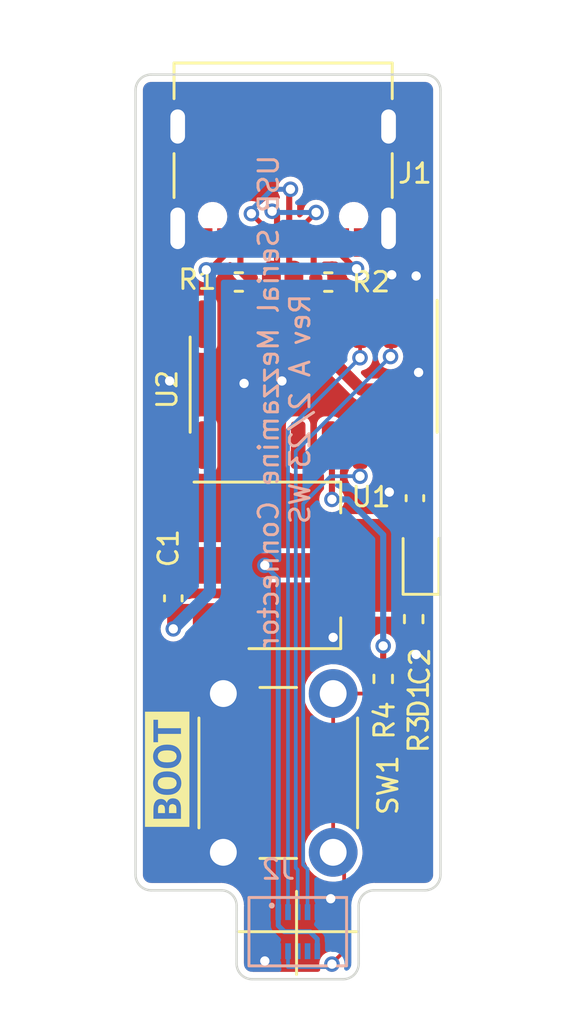
<source format=kicad_pcb>
(kicad_pcb (version 20211014) (generator pcbnew)
  (layers (0 "F.Cu" signal) (31 "B.Cu" signal) (34 "B.Paste" user) (35 "F.Paste" user) (36 "B.SilkS" user "B.Silkscreen") (37 "F.SilkS" user "F.Silkscreen") (38 "B.Mask" user) (39 "F.Mask" user) (44 "Edge.Cuts" user))
  (property "AUTHOR" "Winnie Szeto")
  (property "PROJECT_REVISION" "A01")
  (property "PROJECT_TITLE" "WS Template Project")
  (net 0 "")
  (net 1 "VCC")
  (net 2 "GND")
  (net 3 "+3V3")
  (net 4 "Net-(D1-Pad1)")
  (net 5 "/CC2")
  (net 6 "/USB_P")
  (net 7 "/USB_N")
  (net 9 "/CC1")
  (net 11 "/TXD0")
  (net 12 "/BOOT")
  (net 13 "/RXD0")
  (net 15 "/RST")
  (net 24 "Net-(U2-Pad13)")
  (footprint "LED_SMD:LED_0603_1608Metric" (layer "F.Cu") (at 133 102.4 90)
    (fp_text reference "D1" (at -5.8 -0.1 90 unlocked) (layer "F.SilkS") (effects (font (size 0.8 0.8) (thickness 0.12))))
    (fp_text value "LED_White")
    (fp_line (start 0.8 -0.735) (end -1.485 -0.735) (layer "F.SilkS") (width 0.12))
    (fp_line (start -1.485 -0.735) (end -1.485 0.735) (layer "F.SilkS") (width 0.12))
    (fp_line (start -1.485 0.735) (end 0.8 0.735) (layer "F.SilkS") (width 0.12))
    (pad "1" smd roundrect (at -0.7875 0 90) (size 0.875 0.95) (layers "F.Cu" "F.Paste" "F.Mask") (net 4 "Net-(D1-Pad1)"))
    (pad "2" smd roundrect (at 0.7875 0 90) (size 0.875 0.95) (layers "F.Cu" "F.Paste" "F.Mask") (net 3 "+3V3"))
  )
  (footprint "Capacitor_SMD:C_0402_1005Metric" (layer "F.Cu") (at 132.75 99.95 90)
    (fp_text reference "C2" (at -6.9 0.2 90 unlocked) (layer "F.SilkS") (effects (font (size 0.8 0.8) (thickness 0.12))))
    (fp_text value "0402,1uF,25V,X5R ")
    (fp_line (start -0.107836 -0.36) (end 0.107836 -0.36) (layer "F.SilkS") (width 0.12))
    (fp_line (start -0.107836 0.36) (end 0.107836 0.36) (layer "F.SilkS") (width 0.12))
    (pad "1" smd roundrect (at -0.48 0 90) (size 0.56 0.62) (layers "F.Cu" "F.Paste" "F.Mask") (net 3 "+3V3"))
    (pad "2" smd roundrect (at 0.48 0 90) (size 0.56 0.62) (layers "F.Cu" "F.Paste" "F.Mask") (net 2 "GND"))
  )
  (footprint "Resistor_SMD:R_0402_1005Metric" (layer "F.Cu") (at 125.53525 91.096312 180)
    (fp_text reference "R1" (at 1.7 0.1 unlocked) (layer "F.SilkS") (effects (font (size 0.8 0.8) (thickness 0.12))))
    (fp_text value "5.1K")
    (fp_line (start -0.153641 0.38) (end 0.153641 0.38) (layer "F.SilkS") (width 0.12))
    (fp_line (start -0.153641 -0.38) (end 0.153641 -0.38) (layer "F.SilkS") (width 0.12))
    (pad "1" smd roundrect (at -0.51 0 180) (size 0.54 0.64) (layers "F.Cu" "F.Paste" "F.Mask") (net 9 "/CC1"))
    (pad "2" smd roundrect (at 0.51 0 180) (size 0.54 0.64) (layers "F.Cu" "F.Paste" "F.Mask") (net 2 "GND"))
  )
  (footprint "Resistor_SMD:R_0402_1005Metric" (layer "F.Cu") (at 132.7 104.9 -90)
    (fp_text reference "R3" (at 4.7 -0.2 90 unlocked) (layer "F.SilkS") (effects (font (size 0.8 0.8) (thickness 0.12))))
    (fp_text value "0402,1k")
    (fp_line (start -0.153641 0.38) (end 0.153641 0.38) (layer "F.SilkS") (width 0.12))
    (fp_line (start -0.153641 -0.38) (end 0.153641 -0.38) (layer "F.SilkS") (width 0.12))
    (pad "1" smd roundrect (at -0.51 0 270) (size 0.54 0.64) (layers "F.Cu" "F.Paste" "F.Mask") (net 4 "Net-(D1-Pad1)"))
    (pad "2" smd roundrect (at 0.51 0 270) (size 0.54 0.64) (layers "F.Cu" "F.Paste" "F.Mask") (net 2 "GND"))
  )
  (footprint "kibuzzard-63EDCBFB" (layer "F.Cu") (at 122.6 111.05 90)
    (fp_text reference "kibuzzard-63EDCBFB" hide)
    (fp_text value "G***" hide)
    (fp_poly (pts (xy -1.794852 0.072864) (xy -1.794852 0.377496) (xy -1.595639 0.377496) (xy -1.522485 0.36771) (xy -1.467352 0.338351) (xy -1.421231 0.230219) (xy -1.439059 0.143833) (xy -1.492545 0.091381) (xy -1.581686 0.072864) (xy -1.794852 0.072864)) (layer "F.SilkS") (width 0) (fill solid))
    (fp_poly (pts (xy -2.027396 -0.910539) (xy -2.358125 -0.910539) (xy -2.358125 0.910539) (xy -2.027396 0.910539) (xy -2.027396 0.564307) (xy -2.027396 -0.564307) (xy -1.632071 -0.564307) (xy -1.506153 -0.555565) (xy -1.402283 -0.529339) (xy -1.320462 -0.485629) (xy -1.261465 -0.425039) (xy -1.226066 -0.34817) (xy -1.214267 -0.255023) (xy -1.224925 -0.177024) (xy -1.2569 -0.108908) (xy -1.307866 -0.054163) (xy -1.375497 -0.016278) (xy -1.297886 0.016472) (xy -1.238684 0.071313) (xy -1.201186 0.144565) (xy -1.188687 0.232544) (xy -1.200228 0.332279) (xy -1.234851 0.414445) (xy -1.292557 0.479041) (xy -1.371622 0.525722) (xy -1.470324 0.554144) (xy -1.588663 0.564307) (xy -2.027396 0.564307) (xy -2.027396 0.910539) (xy -0.566245 0.910539) (xy -0.566245 0.57981) (xy -0.65642 0.572316) (xy -0.739877 0.549837) (xy -0.816617 0.512372) (xy -0.884485 0.460997) (xy -0.941329 0.396789) (xy -0.987149 0.319748) (xy -1.020825 0.232113) (xy -1.041237 0.136124) (xy -1.048386 0.031781) (xy -1.048386 -0.02403) (xy -1.041711 -0.130698) (xy -1.021686 -0.228496) (xy -0.988312 -0.317422) (xy -0.94275 -0.395368) (xy -0.886165 -0.460222) (xy -0.818555 -0.511984) (xy -0.741944 -0.549665) (xy -0.658358 -0.572273) (xy -0.567795 -0.57981) (xy -0.477232 -0.572273) (xy -0.393645 -0.549665) (xy -0.317035 -0.511984) (xy -0.249425 -0.460222) (xy -0.192839 -0.395368) (xy -0.147278 -0.317422) (xy -0.113903 -0.228582) (xy -0.093879 -0.131043) (xy -0.087204 -0.024805) (xy -0.087204 0.02558) (xy -0.09375 0.132119) (xy -0.113387 0.229529) (xy -0.146115 0.31781) (xy -0.191031 0.395152) (xy -0.247229 0.459748) (xy -0.314709 0.511597) (xy -0.391406 0.549493) (xy -0.475251 0.57223) (xy -0.566245 0.57981) (xy -0.566245 0.910539) (xy 0.529813 0.910539) (xy 0.529813 0.57981) (xy 0.439637 0.572316) (xy 0.35618 0.549837) (xy 0.27944 0.512372) (xy 0.211572 0.460997) (xy 0.154728 0.396789) (xy 0.108908 0.319748) (xy 0.075232 0.232113) (xy 0.05482 0.136124) (xy 0.047672 0.031781) (xy 0.047672 -0.02403) (xy 0.054346 -0.130698) (xy 0.074371 -0.228496) (xy 0.107745 -0.317422) (xy 0.153307 -0.395368) (xy 0.209892 -0.460222) (xy 0.277502 -0.511984) (xy 0.354113 -0.549665) (xy 0.437699 -0.572273) (xy 0.528262 -0.57981) (xy 0.618825 -0.572273) (xy 0.702412 -0.549665) (xy 0.779022 -0.511984) (xy 0.846632 -0.460222) (xy 0.903218 -0.395368) (xy 0.948779 -0.317422) (xy 0.982154 -0.228582) (xy 1.002178 -0.131043) (xy 1.008853 -0.024805) (xy 1.008853 0.02558) (xy 1.002307 0.132119) (xy 0.98267 0.229529) (xy 0.949942 0.31781) (xy 0.905027 0.395152) (xy 0.848828 0.459748) (xy 0.781348 0.511597) (xy 0.704651 0.549493) (xy 0.620806 0.57223) (xy 0.529813 0.57981) (xy 0.529813 0.910539) (xy 1.68168 0.910539) (xy 1.68168 0.564307) (xy 1.449136 0.564307) (xy 1.449136 -0.375946) (xy 1.108072 -0.375946) (xy 1.108072 -0.564307) (xy 2.027396 -0.564307) (xy 2.027396 -0.375946) (xy 1.68168 -0.375946) (xy 1.68168 0.564307) (xy 1.68168 0.910539) (xy 2.027396 0.910539) (xy 2.358125 0.910539) (xy 2.358125 -0.910539) (xy 2.027396 -0.910539) (xy -2.027396 -0.910539)) (layer "F.SilkS") (width 0) (fill solid))
    (fp_poly (pts (xy 0.773209 -0.02558) (xy 0.766146 -0.134445) (xy 0.744959 -0.224362) (xy 0.709647 -0.295331) (xy 0.63252 -0.364513) (xy 0.528262 -0.387573) (xy 0.424586 -0.364803) (xy 0.347653 -0.296494) (xy 0.312255 -0.226343) (xy 0.290809 -0.13733) (xy 0.283316 -0.029456) (xy 0.283316 0.02558) (xy 0.290378 0.132206) (xy 0.311566 0.221606) (xy 0.346878 0.293781) (xy 0.424393 0.365288) (xy 0.529813 0.389124) (xy 0.633295 0.36616) (xy 0.709647 0.297269) (xy 0.744614 0.226687) (xy 0.765802 0.137416) (xy 0.773209 0.029456) (xy 0.773209 -0.02558)) (layer "F.SilkS") (width 0) (fill solid))
    (fp_poly (pts (xy -0.322849 -0.02558) (xy -0.329911 -0.134445) (xy -0.351098 -0.224362) (xy -0.386411 -0.295331) (xy -0.463538 -0.364513) (xy -0.567795 -0.387573) (xy -0.671471 -0.364803) (xy -0.748404 -0.296494) (xy -0.783802 -0.226343) (xy -0.805248 -0.13733) (xy -0.812741 -0.029456) (xy -0.812741 0.02558) (xy -0.805679 0.132206) (xy -0.784491 0.221606) (xy -0.749179 0.293781) (xy -0.671664 0.365288) (xy -0.566245 0.389124) (xy -0.462762 0.36616) (xy -0.386411 0.297269) (xy -0.351443 0.226687) (xy -0.330255 0.137416) (xy -0.322849 0.029456) (xy -0.322849 -0.02558)) (layer "F.SilkS") (width 0) (fill solid))
    (fp_poly (pts (xy -1.794852 -0.091467) (xy -1.622769 -0.091467) (xy -1.525015 -0.108434) (xy -1.466362 -0.155202) (xy -1.446811 -0.231769) (xy -1.457954 -0.297753) (xy -1.491382 -0.342227) (xy -1.54884 -0.367516) (xy -1.632071 -0.375946) (xy -1.794852 -0.375946) (xy -1.794852 -0.091467)) (layer "F.SilkS") (width 0) (fill solid))
  )
  (footprint "Capacitor_SMD:C_0402_1005Metric" (layer "F.Cu") (at 122.85 104.05 90)
    (fp_text reference "C1" (at 2.05 -0.2 90 unlocked) (layer "F.SilkS") (effects (font (size 0.8 0.8) (thickness 0.12))))
    (fp_text value "0402,1uF,25V,X5R ")
    (fp_line (start -0.107836 0.36) (end 0.107836 0.36) (layer "F.SilkS") (width 0.12))
    (fp_line (start -0.107836 -0.36) (end 0.107836 -0.36) (layer "F.SilkS") (width 0.12))
    (pad "1" smd roundrect (at -0.48 0 90) (size 0.56 0.62) (layers "F.Cu" "F.Paste" "F.Mask") (net 1 "VCC"))
    (pad "2" smd roundrect (at 0.48 0 90) (size 0.56 0.62) (layers "F.Cu" "F.Paste" "F.Mask") (net 2 "GND"))
  )
  (footprint "Connector_USB:USB_C_Receptacle_Palconn_UTC16-G" (layer "F.Cu") (at 127.35 86.97 180)
    (fp_text reference "J1" (at -5.4 0.32 unlocked) (layer "F.SilkS") (effects (font (size 0.8 0.8) (thickness 0.12))))
    (fp_text value "USB_C_Receptacle_USB2.0")
    (fp_line (start 4.47 4.84) (end -4.47 4.84) (layer "F.SilkS") (width 0.12))
    (fp_line (start -4.47 -0.67) (end -4.47 1.13) (layer "F.SilkS") (width 0.12))
    (fp_line (start 4.47 -0.67) (end 4.47 1.13) (layer "F.SilkS") (width 0.12))
    (fp_line (start -4.47 4.84) (end -4.47 3.38) (layer "F.SilkS") (width 0.12))
    (fp_line (start 4.47 4.84) (end 4.47 3.38) (layer "F.SilkS") (width 0.12))
    (pad "" np_thru_hole circle (at -2.89 -1.45) (size 0.6 0.6) (drill 0.6) (layers *.Cu *.Mask))
    (pad "" np_thru_hole circle (at 2.89 -1.45) (size 0.6 0.6) (drill 0.6) (layers *.Cu *.Mask))
    (pad "A1" smd rect (at -3.2 -2.51 180) (size 0.6 1.16) (layers "F.Cu" "F.Paste" "F.Mask") (net 2 "GND"))
    (pad "A4" smd rect (at -2.4 -2.51 180) (size 0.6 1.16) (layers "F.Cu" "F.Paste" "F.Mask") (net 1 "VCC"))
    (pad "A5" smd rect (at -1.25 -2.51) (size 0.3 1.16) (layers "F.Cu" "F.Paste" "F.Mask") (net 5 "/CC2"))
    (pad "A6" smd rect (at -0.25 -2.51) (size 0.3 1.16) (layers "F.Cu" "F.Paste" "F.Mask") (net 6 "/USB_P"))
    (pad "A7" smd rect (at 0.25 -2.51) (size 0.3 1.16) (layers "F.Cu" "F.Paste" "F.Mask") (net 7 "/USB_N"))
    (pad "A8" smd rect (at 1.25 -2.51) (size 0.3 1.16) (layers "F.Cu" "F.Paste" "F.Mask"))
    (pad "A9" smd rect (at 2.4 -2.51 180) (size 0.6 1.16) (layers "F.Cu" "F.Paste" "F.Mask") (net 1 "VCC"))
    (pad "A12" smd rect (at 3.2 -2.51 180) (size 0.6 1.16) (layers "F.Cu" "F.Paste" "F.Mask") (net 2 "GND"))
    (pad "B1" smd rect (at 3.2 -2.51 180) (size 0.6 1.16) (layers "F.Cu" "F.Paste" "F.Mask") (net 2 "GND"))
    (pad "B4" smd rect (at 2.4 -2.51 180) (size 0.6 1.16) (layers "F.Cu" "F.Paste" "F.Mask") (net 1 "VCC"))
    (pad "B5" smd rect (at 1.75 -2.51) (size 0.3 1.16) (layers "F.Cu" "F.Paste" "F.Mask") (net 9 "/CC1"))
    (pad "B6" smd rect (at 0.75 -2.51) (size 0.3 1.16) (layers "F.Cu" "F.Paste" "F.Mask") (net 6 "/USB_P"))
    (pad "B7" smd rect (at -0.75 -2.51) (size 0.3 1.16) (layers "F.Cu" "F.Paste" "F.Mask") (net 7 "/USB_N"))
    (pad "B8" smd rect (at -1.75 -2.51) (size 0.3 1.16) (layers "F.Cu" "F.Paste" "F.Mask"))
    (pad "B9" smd rect (at -2.4 -2.51 180) (size 0.6 1.16) (layers "F.Cu" "F.Paste" "F.Mask") (net 1 "VCC"))
    (pad "B12" smd rect (at -3.2 -2.51 180) (size 0.6 1.16) (layers "F.Cu" "F.Paste" "F.Mask") (net 2 "GND"))
    (pad "S1" thru_hole oval (at -4.32 2.24 270) (size 1.7 0.9) (drill oval 1.4 0.6) (layers *.Cu *.Mask) (net 2 "GND"))
    (pad "S1" thru_hole oval (at -4.32 -1.93 270) (size 2 0.9) (drill oval 1.7 0.6) (layers *.Cu *.Mask) (net 2 "GND"))
    (pad "S1" thru_hole oval (at 4.32 2.24 270) (size 1.7 0.9) (drill oval 1.4 0.6) (layers *.Cu *.Mask) (net 2 "GND"))
    (pad "S1" thru_hole oval (at 4.32 -1.93 270) (size 2 0.9) (drill oval 1.7 0.6) (layers *.Cu *.Mask) (net 2 "GND"))
  )
  (footprint "Resistor_SMD:R_0402_1005Metric" (layer "F.Cu") (at 131.45 107.35 -90)
    (fp_text reference "R4" (at 1.7 -0.05 90 unlocked) (layer "F.SilkS") (effects (font (size 0.8 0.8) (thickness 0.12))))
    (fp_text value "0402,220")
    (fp_line (start -0.153641 -0.38) (end 0.153641 -0.38) (layer "F.SilkS") (width 0.12))
    (fp_line (start -0.153641 0.38) (end 0.153641 0.38) (layer "F.SilkS") (width 0.12))
    (pad "1" smd roundrect (at -0.51 0 270) (size 0.54 0.64) (layers "F.Cu" "F.Paste" "F.Mask") (net 24 "Net-(U2-Pad13)"))
    (pad "2" smd roundrect (at 0.51 0 270) (size 0.54 0.64) (layers "F.Cu" "F.Paste" "F.Mask") (net 12 "/BOOT"))
  )
  (footprint "Package_TO_SOT_SMD:SOT-223-3_TabPin2" (layer "F.Cu") (at 127.8 102.7)
    (fp_text reference "U1" (at 3.15 -2.8 unlocked) (layer "F.SilkS") (effects (font (size 0.8 0.8) (thickness 0.12))))
    (fp_text value "AMS1117-3.3")
    (fp_line (start -1.85 3.41) (end 1.91 3.41) (layer "F.SilkS") (width 0.12))
    (fp_line (start 1.91 -3.41) (end 1.91 -2.15) (layer "F.SilkS") (width 0.12))
    (fp_line (start 1.91 3.41) (end 1.91 2.15) (layer "F.SilkS") (width 0.12))
    (fp_line (start -4.1 -3.41) (end 1.91 -3.41) (layer "F.SilkS") (width 0.12))
    (pad "1" smd rect (at -3.15 -2.3) (size 2 1.5) (layers "F.Cu" "F.Paste" "F.Mask") (net 2 "GND"))
    (pad "2" smd rect (at -3.15 0) (size 2 1.5) (layers "F.Cu" "F.Paste" "F.Mask") (net 3 "+3V3"))
    (pad "2" smd rect (at 3.15 0) (size 2 3.8) (layers "F.Cu" "F.Paste" "F.Mask") (net 3 "+3V3"))
    (pad "3" smd rect (at -3.15 2.3) (size 2 1.5) (layers "F.Cu" "F.Paste" "F.Mask") (net 1 "VCC"))
  )
  (footprint "Button_Switch_THT:SW_PUSH_6mm" (layer "F.Cu") (at 129.4 107.95 -90)
    (fp_text reference "SW1" (at 3.75 -2.25 90 unlocked) (layer "F.SilkS") (effects (font (size 0.8 0.8) (thickness 0.12))))
    (fp_text value "SW_Push")
    (fp_line (start -0.25 1.5) (end -0.25 3) (layer "F.SilkS") (width 0.12))
    (fp_line (start 5.5 -1) (end 1 -1) (layer "F.SilkS") (width 0.12))
    (fp_line (start 6.75 3) (end 6.75 1.5) (layer "F.SilkS") (width 0.12))
    (fp_line (start 1 5.5) (end 5.5 5.5) (layer "F.SilkS") (width 0.12))
    (pad "1" thru_hole circle (at 0 0) (size 2 2) (drill 1.1) (layers *.Cu *.Mask) (net 12 "/BOOT"))
    (pad "1" thru_hole circle (at 6.5 0) (size 2 2) (drill 1.1) (layers *.Cu *.Mask) (net 12 "/BOOT"))
    (pad "2" thru_hole circle (at 6.5 4.5) (size 2 2) (drill 1.1) (layers *.Cu *.Mask) (net 2 "GND"))
    (pad "2" thru_hole circle (at 0 4.5) (size 2 2) (drill 1.1) (layers *.Cu *.Mask) (net 2 "GND"))
  )
  (footprint "Resistor_SMD:R_0402_1005Metric" (layer "F.Cu") (at 129.2 91.1)
    (fp_text reference "R2" (at 1.75 0 unlocked) (layer "F.SilkS") (effects (font (size 0.8 0.8) (thickness 0.12))))
    (fp_text value "5.1K")
    (fp_line (start -0.153641 -0.38) (end 0.153641 -0.38) (layer "F.SilkS") (width 0.12))
    (fp_line (start -0.153641 0.38) (end 0.153641 0.38) (layer "F.SilkS") (width 0.12))
    (pad "1" smd roundrect (at -0.51 0) (size 0.54 0.64) (layers "F.Cu" "F.Paste" "F.Mask") (net 5 "/CC2"))
    (pad "2" smd roundrect (at 0.51 0) (size 0.54 0.64) (layers "F.Cu" "F.Paste" "F.Mask") (net 2 "GND"))
  )
  (footprint "Package_SO:SOIC-16_3.9x9.9mm_P1.27mm" (layer "F.Cu") (at 128.6 95.3 -90)
    (fp_text reference "U2" (at 0.2 6 90 unlocked) (layer "F.SilkS") (effects (font (size 0.8 0.8) (thickness 0.12))))
    (fp_text value "CH340C")
    (fp_line (start 0 -5.06) (end 1.95 -5.06) (layer "F.SilkS") (width 0.12))
    (fp_line (start 0 5.06) (end 1.95 5.06) (layer "F.SilkS") (width 0.12))
    (fp_line (start 0 -5.06) (end -3.45 -5.06) (layer "F.SilkS") (width 0.12))
    (fp_line (start 0 5.06) (end -1.95 5.06) (layer "F.SilkS") (width 0.12))
    (pad "1" smd roundrect (at -2.475 -4.445 270) (size 1.95 0.6) (layers "F.Cu" "F.Paste" "F.Mask") (net 2 "GND"))
    (pad "2" smd roundrect (at -2.475 -3.175 270) (size 1.95 0.6) (layers "F.Cu" "F.Paste" "F.Mask") (net 13 "/RXD0"))
    (pad "3" smd roundrect (at -2.475 -1.905 270) (size 1.95 0.6) (layers "F.Cu" "F.Paste" "F.Mask") (net 11 "/TXD0"))
    (pad "4" smd roundrect (at -2.475 -0.635 270) (size 1.95 0.6) (layers "F.Cu" "F.Paste" "F.Mask") (net 3 "+3V3"))
    (pad "5" smd roundrect (at -2.475 0.635 270) (size 1.95 0.6) (layers "F.Cu" "F.Paste" "F.Mask") (net 6 "/USB_P"))
    (pad "6" smd roundrect (at -2.475 1.905 270) (size 1.95 0.6) (layers "F.Cu" "F.Paste" "F.Mask") (net 7 "/USB_N"))
    (pad "7" smd roundrect (at -2.475 3.175 270) (size 1.95 0.6) (layers "F.Cu" "F.Paste" "F.Mask"))
    (pad "8" smd roundrect (at -2.475 4.445 270) (size 1.95 0.6) (layers "F.Cu" "F.Paste" "F.Mask"))
    (pad "9" smd roundrect (at 2.475 4.445 270) (size 1.95 0.6) (layers "F.Cu" "F.Paste" "F.Mask"))
    (pad "10" smd roundrect (at 2.475 3.175 270) (size 1.95 0.6) (layers "F.Cu" "F.Paste" "F.Mask"))
    (pad "11" smd roundrect (at 2.475 1.905 270) (size 1.95 0.6) (layers "F.Cu" "F.Paste" "F.Mask"))
    (pad "12" smd roundrect (at 2.475 0.635 270) (size 1.95 0.6) (layers "F.Cu" "F.Paste" "F.Mask"))
    (pad "13" smd roundrect (at 2.475 -0.635 270) (size 1.95 0.6) (layers "F.Cu" "F.Paste" "F.Mask") (net 24 "Net-(U2-Pad13)"))
    (pad "14" smd roundrect (at 2.475 -1.905 270) (size 1.95 0.6) (layers "F.Cu" "F.Paste" "F.Mask") (net 15 "/RST"))
    (pad "15" smd roundrect (at 2.475 -3.175 270) (size 1.95 0.6) (layers "F.Cu" "F.Paste" "F.Mask"))
    (pad "16" smd roundrect (at 2.475 -4.445 270) (size 1.95 0.6) (layers "F.Cu" "F.Paste" "F.Mask") (net 3 "+3V3"))
  )
  (footprint "WS_LCSC_Connectors:YXT-BB10-10P-02" (layer "B.Cu") (at 127.95 117.7 180)
    (fp_text reference "J2" (at 0.8 2.55 unlocked) (layer "B.SilkS") (effects (font (size 0.8 0.8) (thickness 0.12)) (justify mirror)))
    (fp_text value "BB10-10P-02")
    (fp_rect (start -2 1.4) (end 2 -1.4) (layer "B.SilkS") (width 0.12) (fill none))
    (fp_circle (center 1.06565 1.069464) (end 1.12565 1.069464) (layer "B.SilkS") (width 0.12) (fill none))
    (pad "1" smd rect (at 0.8 0.8 180) (size 0.23 0.65) (layers "B.Cu" "B.Paste" "B.Mask") (net 3 "+3V3"))
    (pad "2" smd rect (at 0.8 -0.8 180) (size 0.23 0.65) (layers "B.Cu" "B.Paste" "B.Mask") (net 2 "GND"))
    (pad "3" smd rect (at 0.4 0.8 180) (size 0.23 0.65) (layers "B.Cu" "B.Paste" "B.Mask") (net 11 "/TXD0"))
    (pad "4" smd rect (at 0.4 -0.8 180) (size 0.23 0.65) (layers "B.Cu" "B.Paste" "B.Mask") (net 12 "/BOOT"))
    (pad "5" smd rect (at 0 0.8 180) (size 0.23 0.65) (layers "B.Cu" "B.Paste" "B.Mask") (net 13 "/RXD0"))
    (pad "6" smd rect (at 0 -0.8 180) (size 0.23 0.65) (layers "B.Cu" "B.Paste" "B.Mask"))
    (pad "7" smd rect (at -0.4 0.8 180) (size 0.23 0.65) (layers "B.Cu" "B.Paste" "B.Mask") (net 15 "/RST"))
    (pad "8" smd rect (at -0.4 -0.8 180) (size 0.23 0.65) (layers "B.Cu" "B.Paste" "B.Mask"))
    (pad "9" smd rect (at -0.8 0.8 180) (size 0.23 0.65) (layers "B.Cu" "B.Paste" "B.Mask") (net 2 "GND"))
    (pad "10" smd rect (at -0.8 -0.8 180) (size 0.23 0.65) (layers "B.Cu" "B.Paste" "B.Mask") (net 3 "+3V3"))
    (pad "MP" smd rect (at -1.6 0.58 180) (size 0.45 0.5) (layers "B.Cu" "B.Paste" "B.Mask") (net 2 "GND"))
    (pad "MP" smd rect (at 1.6 -0.58) (size 0.45 0.5) (layers "B.Cu" "B.Paste" "B.Mask") (net 2 "GND"))
    (pad "MP" smd rect (at 1.6 0.58 180) (size 0.45 0.5) (layers "B.Cu" "B.Paste" "B.Mask") (net 2 "GND"))
    (pad "MP" smd rect (at -1.6 -0.58) (size 0.45 0.5) (layers "B.Cu" "B.Paste" "B.Mask") (net 2 "GND"))
  )
  (gr_line (start 127.9 116.05) (end 127.9 119.45) (layer "F.SilkS") (width 0.12))
  (gr_line (start 125.55 117.7) (end 130.35 117.7) (layer "F.SilkS") (width 0.12))
  (gr_arc (start 121.939013 116.005987) (mid 121.49 115.82) (end 121.304013 115.370987) (layer "Edge.Cuts") (width 0.1))
  (gr_arc (start 130.444013 116.639013) (mid 130.63 116.19) (end 131.079013 116.004013) (layer "Edge.Cuts") (width 0.1))
  (gr_arc (start 121.304013 83.239013) (mid 121.49 82.79) (end 121.939013 82.604013) (layer "Edge.Cuts") (width 0.1))
  (gr_line (start 121.304013 115.370987) (end 121.304013 83.239013) (layer "Edge.Cuts") (width 0.1))
  (gr_line (start 130.445987 119.010987) (end 130.444013 116.639013) (layer "Edge.Cuts") (width 0.1))
  (gr_arc (start 126.079013 119.645987) (mid 125.63 119.46) (end 125.444013 119.010987) (layer "Edge.Cuts") (width 0.1))
  (gr_arc (start 133.160987 82.604013) (mid 133.61 82.79) (end 133.795987 83.239013) (layer "Edge.Cuts") (width 0.1))
  (gr_arc (start 133.795987 115.370987) (mid 133.61 115.82) (end 133.160987 116.005987) (layer "Edge.Cuts") (width 0.1))
  (gr_line (start 129.810987 119.645987) (end 126.079013 119.645987) (layer "Edge.Cuts") (width 0.1))
  (gr_line (start 125.444013 119.010987) (end 125.445987 116.639013) (layer "Edge.Cuts") (width 0.1))
  (gr_arc (start 130.445987 119.010987) (mid 130.26 119.46) (end 129.810987 119.645987) (layer "Edge.Cuts") (width 0.1))
  (gr_arc (start 124.810987 116.004013) (mid 125.26 116.19) (end 125.445987 116.639013) (layer "Edge.Cuts") (width 0.1))
  (gr_line (start 133.160987 116.005987) (end 131.079013 116.004013) (layer "Edge.Cuts") (width 0.1))
  (gr_line (start 133.795987 115.370987) (end 133.795987 83.239013) (layer "Edge.Cuts") (width 0.1))
  (gr_line (start 133.160987 82.604013) (end 121.939013 82.604013) (layer "Edge.Cuts") (width 0.1))
  (gr_line (start 121.939013 116.005987) (end 124.810987 116.004013) (layer "Edge.Cuts") (width 0.1))
  (gr_text "USB Serial Mezzamine Connector \nRev A 2/23 WS" (at 127.4 96.3 90) (layer "B.SilkS") (effects (font (size 0.8 0.8) (thickness 0.12)) (justify mirror)))
  (segment (start 122.85 105.3) (end 122.85 104.53) (width 0.5) (layer "F.Cu") (net 1))
  (segment (start 124.95 90) (end 124.35 90.6) (width 0.25) (layer "F.Cu") (net 1))
  (segment (start 122.85 104.53) (end 124.18 104.53) (width 0.5) (layer "F.Cu") (net 1))
  (segment (start 129.75 90) (end 130.304678 90.554678) (width 0.25) (layer "F.Cu") (net 1))
  (segment (start 124.95 89.48) (end 124.95 90) (width 0.25) (layer "F.Cu") (net 1))
  (segment (start 130.304678 90.554678) (end 130.358272 90.554678) (width 0.25) (layer "F.Cu") (net 1))
  (segment (start 129.75 89.48) (end 129.75 90) (width 0.25) (layer "F.Cu") (net 1))
  (segment (start 124.18 104.53) (end 124.65 105) (width 0.5) (layer "F.Cu") (net 1))
  (via (at 130.358272 90.554678) (size 0.635) (drill 0.381) (layers "F.Cu" "B.Cu") (net 1))
  (via (at 122.85 105.3) (size 0.635) (drill 0.381) (layers "F.Cu" "B.Cu") (net 1))
  (via (at 124.2 90.6) (size 0.635) (drill 0.381) (layers "F.Cu" "B.Cu") (net 1))
  (segment (start 130.358272 90.554678) (end 124.395322 90.554678) (width 0.5) (layer "B.Cu") (net 1))
  (segment (start 124.35 90.6) (end 124.35 103.8) (width 0.5) (layer "B.Cu") (net 1))
  (segment (start 124.395322 90.554678) (end 124.35 90.6) (width 0.5) (layer "B.Cu") (net 1))
  (segment (start 124.35 103.8) (end 122.85 105.3) (width 0.5) (layer "B.Cu") (net 1))
  (via (at 129.3 116.35) (size 0.635) (drill 0.381) (layers "F.Cu" "B.Cu") (net 2))
  (via (at 132.8 106.35) (size 0.635) (drill 0.381) (layers "F.Cu" "B.Cu") (net 2))
  (via (at 129.4 105.65) (size 0.635) (drill 0.381) (layers "F.Cu" "B.Cu") (net 2))
  (via (at 132.8 90.85) (size 0.635) (drill 0.381) (layers "F.Cu" "B.Cu") (net 2))
  (via (at 132.9 94.8) (size 0.635) (drill 0.381) (layers "F.Cu" "B.Cu") (net 2))
  (via (at 127.3 95.15) (size 0.635) (drill 0.381) (layers "F.Cu" "B.Cu") (net 2))
  (via (at 126.6 118.9) (size 0.635) (drill 0.381) (layers "F.Cu" "B.Cu") (net 2))
  (via (at 131.8 90.8) (size 0.635) (drill 0.381) (layers "F.Cu" "B.Cu") (net 2))
  (via (at 131.7 99.7) (size 0.635) (drill 0.381) (layers "F.Cu" "B.Cu") (net 2))
  (via (at 125.75 95.25) (size 0.635) (drill 0.381) (layers "F.Cu" "B.Cu") (net 2))
  (via (at 122.7 95.15) (size 0.635) (drill 0.381) (layers "F.Cu" "B.Cu") (net 2))
  (segment (start 130.95 102.7) (end 130.95 102.23) (width 0.25) (layer "F.Cu") (net 3))
  (segment (start 124.65 102.7) (end 126.6 102.7) (width 1) (layer "F.Cu") (net 3))
  (segment (start 133.33692 98.06692) (end 133.045 97.775) (width 0.25) (layer "F.Cu") (net 3))
  (segment (start 133 100.68) (end 132.75 100.43) (width 0.25) (layer "F.Cu") (net 3))
  (segment (start 133 101.6125) (end 133 100.68) (width 0.25) (layer "F.Cu") (net 3))
  (segment (start 132.75 100.43) (end 133.33692 99.84308) (width 0.25) (layer "F.Cu") (net 3))
  (segment (start 130.55 95.5) (end 129.235 94.185) (width 0.5) (layer "F.Cu") (net 3))
  (segment (start 129.235 94.185) (end 129.235 92.825) (width 0.5) (layer "F.Cu") (net 3))
  (segment (start 133.045 97.289468) (end 131.255532 95.5) (width 0.5) (layer "F.Cu") (net 3))
  (segment (start 133.045 97.775) (end 133.045 97.289468) (width 0.5) (layer "F.Cu") (net 3))
  (segment (start 130.95 102.23) (end 132.75 100.43) (width 0.25) (layer "F.Cu") (net 3))
  (segment (start 131.255532 95.5) (end 130.55 95.5) (width 0.5) (layer "F.Cu") (net 3))
  (segment (start 133.33692 99.84308) (end 133.33692 98.06692) (width 0.25) (layer "F.Cu") (net 3))
  (segment (start 126.6 102.7) (end 130.95 102.7) (width 1) (layer "F.Cu") (net 3))
  (via (at 126.6 102.7) (size 0.635) (drill 0.381) (layers "F.Cu" "B.Cu") (net 3))
  (segment (start 127.15 116.9) (end 127.15 103.25) (width 0.2032) (layer "B.Cu") (net 3))
  (segment (start 128.446222 117.7) (end 127.402978 117.7) (width 0.2032) (layer "B.Cu") (net 3))
  (segment (start 127.15 117.447022) (end 127.15 116.9) (width 0.2032) (layer "B.Cu") (net 3))
  (segment (start 127.15 103.25) (end 126.6 102.7) (width 0.2032) (layer "B.Cu") (net 3))
  (segment (start 128.75 118.5) (end 128.75 118.003778) (width 0.2032) (layer "B.Cu") (net 3))
  (segment (start 127.402978 117.7) (end 127.15 117.447022) (width 0.2032) (layer "B.Cu") (net 3))
  (segment (start 128.75 118.003778) (end 128.446222 117.7) (width 0.2032) (layer "B.Cu") (net 3))
  (segment (start 133 104.09) (end 132.7 104.39) (width 0.25) (layer "F.Cu") (net 4))
  (segment (start 133 103.1875) (end 133 104.09) (width 0.25) (layer "F.Cu") (net 4))
  (segment (start 128.6 90.91) (end 128.74 91.05) (width 0.25) (layer "F.Cu") (net 5))
  (segment (start 128.6 89.48) (end 128.6 90.91) (width 0.25) (layer "F.Cu") (net 5))
  (segment (start 127.6 89.48) (end 127.6 87.35) (width 0.25) (layer "F.Cu") (net 6))
  (segment (start 127.6 87.35) (end 127.65 87.3) (width 0.25) (layer "F.Cu") (net 6))
  (segment (start 127.6 89.48) (end 127.6 90.417834) (width 0.25) (layer "F.Cu") (net 6))
  (segment (start 126.6 88.85) (end 126.05 88.3) (width 0.2032) (layer "F.Cu") (net 6))
  (segment (start 126.6 89.48) (end 126.6 88.85) (width 0.2032) (layer "F.Cu") (net 6))
  (segment (start 127.965 92.825) (end 127.7912 92.6512) (width 0.77) (layer "F.Cu") (net 6))
  (segment (start 127.7912 92.6512) (end 127.7912 90.609034) (width 0.77) (layer "F.Cu") (net 6))
  (segment (start 127.6 90.417834) (end 127.7912 90.609034) (width 0.25) (layer "F.Cu") (net 6))
  (via (at 127.65 87.3) (size 0.635) (drill 0.381) (layers "F.Cu" "B.Cu") (net 6))
  (via (at 126.05 88.3) (size 0.635) (drill 0.381) (layers "F.Cu" "B.Cu") (net 6))
  (segment (start 126.05 88.3) (end 126.05 88.15) (width 0.2032) (layer "B.Cu") (net 6))
  (segment (start 126.9 87.3) (end 127.65 87.3) (width 0.2032) (layer "B.Cu") (net 6))
  (segment (start 126.05 88.15) (end 126.9 87.3) (width 0.2032) (layer "B.Cu") (net 6))
  (segment (start 127.1 88.4) (end 126.9 88.2) (width 0.25) (layer "F.Cu") (net 7))
  (segment (start 128.1 88.85) (end 128.7 88.25) (width 0.2032) (layer "F.Cu") (net 7))
  (segment (start 127.1 89.48) (end 127.1 90.377834) (width 0.25) (layer "F.Cu") (net 7))
  (segment (start 126.8688 92.6512) (end 126.8688 90.609034) (width 0.77) (layer "F.Cu") (net 7))
  (segment (start 126.695 92.825) (end 126.8688 92.6512) (width 0.77) (layer "F.Cu") (net 7))
  (segment (start 127.1 89.48) (end 127.1 88.4) (width 0.25) (layer "F.Cu") (net 7))
  (segment (start 127.1 90.377834) (end 126.8688 90.609034) (width 0.25) (layer "F.Cu") (net 7))
  (segment (start 128.1 89.48) (end 128.1 88.85) (width 0.2032) (layer "F.Cu") (net 7))
  (via (at 128.7 88.25) (size 0.635) (drill 0.381) (layers "F.Cu" "B.Cu") (net 7))
  (via (at 126.9 88.2) (size 0.635) (drill 0.381) (layers "F.Cu" "B.Cu") (net 7))
  (segment (start 126.95 88.25) (end 126.9 88.2) (width 0.2032) (layer "B.Cu") (net 7))
  (segment (start 128.7 88.25) (end 126.95 88.25) (width 0.2032) (layer "B.Cu") (net 7))
  (segment (start 125.6 89.48) (end 125.6 90.69) (width 0.25) (layer "F.Cu") (net 9))
  (segment (start 125.6 90.69) (end 126.01 91.1) (width 0.25) (layer "F.Cu") (net 9))
  (segment (start 130.505 92.825) (end 130.505 94.195) (width 0.1524) (layer "F.Cu") (net 11))
  (segment (start 130.505 94.195) (end 130.5 94.2) (width 0.1524) (layer "F.Cu") (net 11))
  (via (at 130.5 94.2) (size 0.635) (drill 0.381) (layers "F.Cu" "B.Cu") (net 11))
  (segment (start 127.55 97.15) (end 130.5 94.2) (width 0.1524) (layer "B.Cu") (net 11))
  (segment (start 127.55 116.9) (end 127.55 97.15) (width 0.1524) (layer "B.Cu") (net 11))
  (segment (start 131.36 107.95) (end 131.45 107.86) (width 0.1524) (layer "F.Cu") (net 12))
  (segment (start 129.4 107.95) (end 131.36 107.95) (width 0.1524) (layer "F.Cu") (net 12))
  (segment (start 129.35 119) (end 129.85 118.5) (width 0.1524) (layer "F.Cu") (net 12))
  (segment (start 129.85 114.9) (end 129.4 114.45) (width 0.1524) (layer "F.Cu") (net 12))
  (segment (start 129.4 114.45) (end 129.4 107.95) (width 0.1524) (layer "F.Cu") (net 12))
  (segment (start 129.85 118.5) (end 129.85 114.9) (width 0.1524) (layer "F.Cu") (net 12))
  (via (at 129.35 119.0284) (size 0.635) (drill 0.381) (layers "F.Cu" "B.Cu") (net 12))
  (segment (start 127.55 118.5) (end 127.55 119.15) (width 0.1524) (layer "B.Cu") (net 12))
  (segment (start 129.2 119.15) (end 129.35 119) (width 0.1524) (layer "B.Cu") (net 12))
  (segment (start 127.55 119.15) (end 129.2 119.15) (width 0.1524) (layer "B.Cu") (net 12))
  (segment (start 131.775 92.825) (end 131.775 94.125) (width 0.1524) (layer "F.Cu") (net 13))
  (segment (start 131.775 94.125) (end 131.75 94.15) (width 0.1524) (layer "F.Cu") (net 13))
  (via (at 131.75 94.15) (size 0.635) (drill 0.381) (layers "F.Cu" "B.Cu") (net 13))
  (segment (start 127.867579 115.084751) (end 127.95 115.167172) (width 0.1524) (layer "B.Cu") (net 13))
  (segment (start 127.867578 98.032422) (end 127.867579 115.084751) (width 0.1524) (layer "B.Cu") (net 13))
  (segment (start 127.95 115.167172) (end 127.95 116.9) (width 0.1524) (layer "B.Cu") (net 13))
  (segment (start 131.75 94.15) (end 127.867578 98.032422) (width 0.1524) (layer "B.Cu") (net 13))
  (segment (start 130.5 99.05) (end 130.5 97.78) (width 0.1524) (layer "F.Cu") (net 15))
  (segment (start 130.5 97.78) (end 130.505 97.775) (width 0.1524) (layer "F.Cu") (net 15))
  (via (at 130.5 99.05) (size 0.635) (drill 0.381) (layers "F.Cu" "B.Cu") (net 15))
  (segment (start 128.171889 114.958701) (end 128.171889 100.178111) (width 0.1524) (layer "B.Cu") (net 15))
  (segment (start 129.3 99.05) (end 130.5 99.05) (width 0.1524) (layer "B.Cu") (net 15))
  (segment (start 128.35 116.9) (end 128.35 115.136812) (width 0.1524) (layer "B.Cu") (net 15))
  (segment (start 128.171889 100.178111) (end 129.3 99.05) (width 0.1524) (layer "B.Cu") (net 15))
  (segment (start 128.35 115.136812) (end 128.171889 114.958701) (width 0.1524) (layer "B.Cu") (net 15))
  (segment (start 129.235 97.775) (end 129.35 97.89) (width 0.25) (layer "F.Cu") (net 24))
  (segment (start 129.35 97.89) (end 129.35 100) (width 0.25) (layer "F.Cu") (net 24))
  (segment (start 131.45 106.84) (end 131.45 106) (width 0.25) (layer "F.Cu") (net 24))
  (via (at 131.45 106) (size 0.635) (drill 0.381) (layers "F.Cu" "B.Cu") (net 24))
  (via (at 129.35 100) (size 0.635) (drill 0.381) (layers "F.Cu" "B.Cu") (net 24))
  (segment (start 131.45 106) (end 131.45 101.45) (width 0.25) (layer "B.Cu") (net 24))
  (segment (start 130 100) (end 129.35 100) (width 0.25) (layer "B.Cu") (net 24))
  (segment (start 131.45 101.45) (end 130 100) (width 0.25) (layer "B.Cu") (net 24))
  (zone (net 2) (net_name "GND") (layers F&B.Cu) (connect_pads yes (clearance 0.2)) (min_thickness 0.2) (fill yes (thermal_gap 0.508) (thermal_bridge_width 0.508))
    (polygon (pts (xy 139.15 121.5) (xy 115.75 119.8) (xy 118.85 79.75) (xy 139.7 79.55)))
  )
)
</source>
